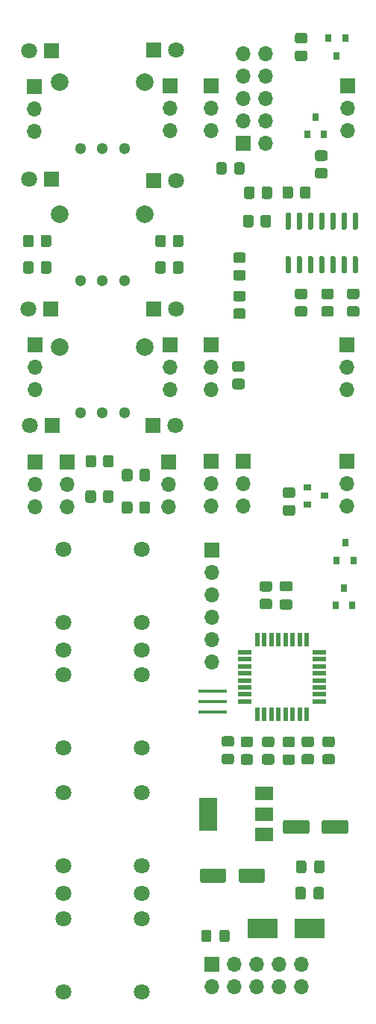
<source format=gbr>
%TF.GenerationSoftware,KiCad,Pcbnew,5.1.8*%
%TF.CreationDate,2020-11-17T21:54:47+01:00*%
%TF.ProjectId,kompas,6b6f6d70-6173-42e6-9b69-6361645f7063,rev?*%
%TF.SameCoordinates,Original*%
%TF.FileFunction,Soldermask,Top*%
%TF.FilePolarity,Negative*%
%FSLAX46Y46*%
G04 Gerber Fmt 4.6, Leading zero omitted, Abs format (unit mm)*
G04 Created by KiCad (PCBNEW 5.1.8) date 2020-11-17 21:54:47*
%MOMM*%
%LPD*%
G01*
G04 APERTURE LIST*
%ADD10C,1.800000*%
%ADD11O,1.700000X1.700000*%
%ADD12R,1.700000X1.700000*%
%ADD13R,0.550000X1.600000*%
%ADD14R,1.600000X0.550000*%
%ADD15R,1.800000X1.800000*%
%ADD16R,3.500000X2.300000*%
%ADD17C,1.300000*%
%ADD18C,2.000000*%
%ADD19R,0.800000X0.900000*%
%ADD20R,0.900000X0.800000*%
%ADD21R,3.200000X0.400000*%
%ADD22R,2.000000X3.800000*%
%ADD23R,2.000000X1.500000*%
G04 APERTURE END LIST*
D10*
%TO.C,J_OUT0*%
X102906116Y-119515380D03*
X102906116Y-111215380D03*
%TD*%
%TO.C,J_IN0*%
X94016116Y-119515380D03*
X94016116Y-111215380D03*
%TD*%
%TO.C,J_IN2*%
X93980000Y-147160000D03*
X93980000Y-138860000D03*
%TD*%
%TO.C,J_OUT2*%
X102870000Y-147160000D03*
X102870000Y-138860000D03*
%TD*%
D11*
%TO.C,J6*%
X110771692Y-49486200D03*
X110771692Y-46946200D03*
D12*
X110771692Y-44406200D03*
%TD*%
%TO.C,U2*%
G36*
G01*
X126966247Y-63722488D02*
X127266247Y-63722488D01*
G75*
G02*
X127416247Y-63872488I0J-150000D01*
G01*
X127416247Y-65522488D01*
G75*
G02*
X127266247Y-65672488I-150000J0D01*
G01*
X126966247Y-65672488D01*
G75*
G02*
X126816247Y-65522488I0J150000D01*
G01*
X126816247Y-63872488D01*
G75*
G02*
X126966247Y-63722488I150000J0D01*
G01*
G37*
G36*
G01*
X125696247Y-63722488D02*
X125996247Y-63722488D01*
G75*
G02*
X126146247Y-63872488I0J-150000D01*
G01*
X126146247Y-65522488D01*
G75*
G02*
X125996247Y-65672488I-150000J0D01*
G01*
X125696247Y-65672488D01*
G75*
G02*
X125546247Y-65522488I0J150000D01*
G01*
X125546247Y-63872488D01*
G75*
G02*
X125696247Y-63722488I150000J0D01*
G01*
G37*
G36*
G01*
X124426247Y-63722488D02*
X124726247Y-63722488D01*
G75*
G02*
X124876247Y-63872488I0J-150000D01*
G01*
X124876247Y-65522488D01*
G75*
G02*
X124726247Y-65672488I-150000J0D01*
G01*
X124426247Y-65672488D01*
G75*
G02*
X124276247Y-65522488I0J150000D01*
G01*
X124276247Y-63872488D01*
G75*
G02*
X124426247Y-63722488I150000J0D01*
G01*
G37*
G36*
G01*
X123156247Y-63722488D02*
X123456247Y-63722488D01*
G75*
G02*
X123606247Y-63872488I0J-150000D01*
G01*
X123606247Y-65522488D01*
G75*
G02*
X123456247Y-65672488I-150000J0D01*
G01*
X123156247Y-65672488D01*
G75*
G02*
X123006247Y-65522488I0J150000D01*
G01*
X123006247Y-63872488D01*
G75*
G02*
X123156247Y-63722488I150000J0D01*
G01*
G37*
G36*
G01*
X121886247Y-63722488D02*
X122186247Y-63722488D01*
G75*
G02*
X122336247Y-63872488I0J-150000D01*
G01*
X122336247Y-65522488D01*
G75*
G02*
X122186247Y-65672488I-150000J0D01*
G01*
X121886247Y-65672488D01*
G75*
G02*
X121736247Y-65522488I0J150000D01*
G01*
X121736247Y-63872488D01*
G75*
G02*
X121886247Y-63722488I150000J0D01*
G01*
G37*
G36*
G01*
X120616247Y-63722488D02*
X120916247Y-63722488D01*
G75*
G02*
X121066247Y-63872488I0J-150000D01*
G01*
X121066247Y-65522488D01*
G75*
G02*
X120916247Y-65672488I-150000J0D01*
G01*
X120616247Y-65672488D01*
G75*
G02*
X120466247Y-65522488I0J150000D01*
G01*
X120466247Y-63872488D01*
G75*
G02*
X120616247Y-63722488I150000J0D01*
G01*
G37*
G36*
G01*
X119346247Y-63722488D02*
X119646247Y-63722488D01*
G75*
G02*
X119796247Y-63872488I0J-150000D01*
G01*
X119796247Y-65522488D01*
G75*
G02*
X119646247Y-65672488I-150000J0D01*
G01*
X119346247Y-65672488D01*
G75*
G02*
X119196247Y-65522488I0J150000D01*
G01*
X119196247Y-63872488D01*
G75*
G02*
X119346247Y-63722488I150000J0D01*
G01*
G37*
G36*
G01*
X119346247Y-58772488D02*
X119646247Y-58772488D01*
G75*
G02*
X119796247Y-58922488I0J-150000D01*
G01*
X119796247Y-60572488D01*
G75*
G02*
X119646247Y-60722488I-150000J0D01*
G01*
X119346247Y-60722488D01*
G75*
G02*
X119196247Y-60572488I0J150000D01*
G01*
X119196247Y-58922488D01*
G75*
G02*
X119346247Y-58772488I150000J0D01*
G01*
G37*
G36*
G01*
X120616247Y-58772488D02*
X120916247Y-58772488D01*
G75*
G02*
X121066247Y-58922488I0J-150000D01*
G01*
X121066247Y-60572488D01*
G75*
G02*
X120916247Y-60722488I-150000J0D01*
G01*
X120616247Y-60722488D01*
G75*
G02*
X120466247Y-60572488I0J150000D01*
G01*
X120466247Y-58922488D01*
G75*
G02*
X120616247Y-58772488I150000J0D01*
G01*
G37*
G36*
G01*
X121886247Y-58772488D02*
X122186247Y-58772488D01*
G75*
G02*
X122336247Y-58922488I0J-150000D01*
G01*
X122336247Y-60572488D01*
G75*
G02*
X122186247Y-60722488I-150000J0D01*
G01*
X121886247Y-60722488D01*
G75*
G02*
X121736247Y-60572488I0J150000D01*
G01*
X121736247Y-58922488D01*
G75*
G02*
X121886247Y-58772488I150000J0D01*
G01*
G37*
G36*
G01*
X123156247Y-58772488D02*
X123456247Y-58772488D01*
G75*
G02*
X123606247Y-58922488I0J-150000D01*
G01*
X123606247Y-60572488D01*
G75*
G02*
X123456247Y-60722488I-150000J0D01*
G01*
X123156247Y-60722488D01*
G75*
G02*
X123006247Y-60572488I0J150000D01*
G01*
X123006247Y-58922488D01*
G75*
G02*
X123156247Y-58772488I150000J0D01*
G01*
G37*
G36*
G01*
X124426247Y-58772488D02*
X124726247Y-58772488D01*
G75*
G02*
X124876247Y-58922488I0J-150000D01*
G01*
X124876247Y-60572488D01*
G75*
G02*
X124726247Y-60722488I-150000J0D01*
G01*
X124426247Y-60722488D01*
G75*
G02*
X124276247Y-60572488I0J150000D01*
G01*
X124276247Y-58922488D01*
G75*
G02*
X124426247Y-58772488I150000J0D01*
G01*
G37*
G36*
G01*
X125696247Y-58772488D02*
X125996247Y-58772488D01*
G75*
G02*
X126146247Y-58922488I0J-150000D01*
G01*
X126146247Y-60572488D01*
G75*
G02*
X125996247Y-60722488I-150000J0D01*
G01*
X125696247Y-60722488D01*
G75*
G02*
X125546247Y-60572488I0J150000D01*
G01*
X125546247Y-58922488D01*
G75*
G02*
X125696247Y-58772488I150000J0D01*
G01*
G37*
G36*
G01*
X126966247Y-58772488D02*
X127266247Y-58772488D01*
G75*
G02*
X127416247Y-58922488I0J-150000D01*
G01*
X127416247Y-60572488D01*
G75*
G02*
X127266247Y-60722488I-150000J0D01*
G01*
X126966247Y-60722488D01*
G75*
G02*
X126816247Y-60572488I0J150000D01*
G01*
X126816247Y-58922488D01*
G75*
G02*
X126966247Y-58772488I150000J0D01*
G01*
G37*
%TD*%
D13*
%TO.C,U1*%
X115993247Y-107192988D03*
X116793247Y-107192988D03*
X117593247Y-107192988D03*
X118393247Y-107192988D03*
X119193247Y-107192988D03*
X119993247Y-107192988D03*
X120793247Y-107192988D03*
X121593247Y-107192988D03*
D14*
X123043247Y-108642988D03*
X123043247Y-109442988D03*
X123043247Y-110242988D03*
X123043247Y-111042988D03*
X123043247Y-111842988D03*
X123043247Y-112642988D03*
X123043247Y-113442988D03*
X123043247Y-114242988D03*
D13*
X121593247Y-115692988D03*
X120793247Y-115692988D03*
X119993247Y-115692988D03*
X119193247Y-115692988D03*
X118393247Y-115692988D03*
X117593247Y-115692988D03*
X116793247Y-115692988D03*
X115993247Y-115692988D03*
D14*
X114543247Y-114242988D03*
X114543247Y-113442988D03*
X114543247Y-112642988D03*
X114543247Y-111842988D03*
X114543247Y-111042988D03*
X114543247Y-110242988D03*
X114543247Y-109442988D03*
X114543247Y-108642988D03*
%TD*%
%TO.C,F1*%
G36*
G01*
X110782247Y-140386987D02*
X110782247Y-141286989D01*
G75*
G02*
X110532248Y-141536988I-249999J0D01*
G01*
X109882246Y-141536988D01*
G75*
G02*
X109632247Y-141286989I0J249999D01*
G01*
X109632247Y-140386987D01*
G75*
G02*
X109882246Y-140136988I249999J0D01*
G01*
X110532248Y-140136988D01*
G75*
G02*
X110782247Y-140386987I0J-249999D01*
G01*
G37*
G36*
G01*
X112832247Y-140386987D02*
X112832247Y-141286989D01*
G75*
G02*
X112582248Y-141536988I-249999J0D01*
G01*
X111932246Y-141536988D01*
G75*
G02*
X111682247Y-141286989I0J249999D01*
G01*
X111682247Y-140386987D01*
G75*
G02*
X111932246Y-140136988I249999J0D01*
G01*
X112582248Y-140136988D01*
G75*
G02*
X112832247Y-140386987I0J-249999D01*
G01*
G37*
%TD*%
D12*
%TO.C,J20*%
X94363691Y-87062793D03*
D11*
X94363691Y-89602793D03*
X94363691Y-92142793D03*
%TD*%
%TO.C,J12*%
X114366008Y-92052988D03*
X114366008Y-89512988D03*
D12*
X114366008Y-86972988D03*
%TD*%
D11*
%TO.C,J19*%
X90720271Y-78853952D03*
X90720271Y-76313952D03*
D12*
X90720271Y-73773952D03*
%TD*%
D11*
%TO.C,J18*%
X105918000Y-92138500D03*
X105918000Y-89598500D03*
D12*
X105918000Y-87058500D03*
%TD*%
D11*
%TO.C,J16*%
X90741500Y-92138500D03*
X90741500Y-89598500D03*
D12*
X90741500Y-87058500D03*
%TD*%
D11*
%TO.C,J15*%
X106107362Y-78853952D03*
X106107362Y-76313952D03*
D12*
X106107362Y-73773952D03*
%TD*%
D11*
%TO.C,J14*%
X106104316Y-49515441D03*
X106104316Y-46975441D03*
D12*
X106104316Y-44435441D03*
%TD*%
D11*
%TO.C,J13*%
X90703287Y-49538670D03*
X90703287Y-46998670D03*
D12*
X90703287Y-44458670D03*
%TD*%
D11*
%TO.C,J11*%
X110745537Y-78856062D03*
X110745537Y-76316062D03*
D12*
X110745537Y-73776062D03*
%TD*%
D11*
%TO.C,J10*%
X126181747Y-92043749D03*
X126181747Y-89503749D03*
D12*
X126181747Y-86963749D03*
%TD*%
D11*
%TO.C,J9*%
X110754167Y-92052988D03*
X110754167Y-89512988D03*
D12*
X110754167Y-86972988D03*
%TD*%
D11*
%TO.C,J8*%
X126167215Y-78856062D03*
X126167215Y-76316062D03*
D12*
X126167215Y-73776062D03*
%TD*%
D11*
%TO.C,J7*%
X126195950Y-49439741D03*
X126195950Y-46899741D03*
D12*
X126195950Y-44359741D03*
%TD*%
%TO.C,C4*%
G36*
G01*
X123285247Y-129022988D02*
X123285247Y-127922988D01*
G75*
G02*
X123535247Y-127672988I250000J0D01*
G01*
X126035247Y-127672988D01*
G75*
G02*
X126285247Y-127922988I0J-250000D01*
G01*
X126285247Y-129022988D01*
G75*
G02*
X126035247Y-129272988I-250000J0D01*
G01*
X123535247Y-129272988D01*
G75*
G02*
X123285247Y-129022988I0J250000D01*
G01*
G37*
G36*
G01*
X118885247Y-129022988D02*
X118885247Y-127922988D01*
G75*
G02*
X119135247Y-127672988I250000J0D01*
G01*
X121635247Y-127672988D01*
G75*
G02*
X121885247Y-127922988I0J-250000D01*
G01*
X121885247Y-129022988D01*
G75*
G02*
X121635247Y-129272988I-250000J0D01*
G01*
X119135247Y-129272988D01*
G75*
G02*
X118885247Y-129022988I0J250000D01*
G01*
G37*
%TD*%
D10*
%TO.C,D2*%
X106728923Y-40377027D03*
D15*
X104188923Y-40377027D03*
%TD*%
%TO.C,C5*%
G36*
G01*
X118767247Y-102657488D02*
X119717247Y-102657488D01*
G75*
G02*
X119967247Y-102907488I0J-250000D01*
G01*
X119967247Y-103582488D01*
G75*
G02*
X119717247Y-103832488I-250000J0D01*
G01*
X118767247Y-103832488D01*
G75*
G02*
X118517247Y-103582488I0J250000D01*
G01*
X118517247Y-102907488D01*
G75*
G02*
X118767247Y-102657488I250000J0D01*
G01*
G37*
G36*
G01*
X118767247Y-100582488D02*
X119717247Y-100582488D01*
G75*
G02*
X119967247Y-100832488I0J-250000D01*
G01*
X119967247Y-101507488D01*
G75*
G02*
X119717247Y-101757488I-250000J0D01*
G01*
X118767247Y-101757488D01*
G75*
G02*
X118517247Y-101507488I0J250000D01*
G01*
X118517247Y-100832488D01*
G75*
G02*
X118767247Y-100582488I250000J0D01*
G01*
G37*
%TD*%
D16*
%TO.C,D1*%
X116555247Y-139993988D03*
X121955247Y-139993988D03*
%TD*%
D10*
%TO.C,D3*%
X106786157Y-55117030D03*
D15*
X104246157Y-55117030D03*
%TD*%
%TO.C,R31*%
G36*
G01*
X106400000Y-62450001D02*
X106400000Y-61549999D01*
G75*
G02*
X106649999Y-61300000I249999J0D01*
G01*
X107350001Y-61300000D01*
G75*
G02*
X107600000Y-61549999I0J-249999D01*
G01*
X107600000Y-62450001D01*
G75*
G02*
X107350001Y-62700000I-249999J0D01*
G01*
X106649999Y-62700000D01*
G75*
G02*
X106400000Y-62450001I0J249999D01*
G01*
G37*
G36*
G01*
X104400000Y-62450001D02*
X104400000Y-61549999D01*
G75*
G02*
X104649999Y-61300000I249999J0D01*
G01*
X105350001Y-61300000D01*
G75*
G02*
X105600000Y-61549999I0J-249999D01*
G01*
X105600000Y-62450001D01*
G75*
G02*
X105350001Y-62700000I-249999J0D01*
G01*
X104649999Y-62700000D01*
G75*
G02*
X104400000Y-62450001I0J249999D01*
G01*
G37*
%TD*%
D11*
%TO.C,J4*%
X116889899Y-40785061D03*
X114349899Y-40785061D03*
X116889899Y-43325061D03*
X114349899Y-43325061D03*
X116889899Y-45865061D03*
X114349899Y-45865061D03*
X116889899Y-48405061D03*
X114349899Y-48405061D03*
X116889899Y-50945061D03*
D12*
X114349899Y-50945061D03*
%TD*%
%TO.C,R32*%
G36*
G01*
X105600000Y-64549999D02*
X105600000Y-65450001D01*
G75*
G02*
X105350001Y-65700000I-249999J0D01*
G01*
X104649999Y-65700000D01*
G75*
G02*
X104400000Y-65450001I0J249999D01*
G01*
X104400000Y-64549999D01*
G75*
G02*
X104649999Y-64300000I249999J0D01*
G01*
X105350001Y-64300000D01*
G75*
G02*
X105600000Y-64549999I0J-249999D01*
G01*
G37*
G36*
G01*
X107600000Y-64549999D02*
X107600000Y-65450001D01*
G75*
G02*
X107350001Y-65700000I-249999J0D01*
G01*
X106649999Y-65700000D01*
G75*
G02*
X106400000Y-65450001I0J249999D01*
G01*
X106400000Y-64549999D01*
G75*
G02*
X106649999Y-64300000I249999J0D01*
G01*
X107350001Y-64300000D01*
G75*
G02*
X107600000Y-64549999I0J-249999D01*
G01*
G37*
%TD*%
D11*
%TO.C,J5*%
X110860247Y-109721988D03*
X110860247Y-107181988D03*
X110860247Y-104641988D03*
X110860247Y-102101988D03*
X110860247Y-99561988D03*
D12*
X110860247Y-97021988D03*
%TD*%
D10*
%TO.C,D4*%
X106761460Y-69680369D03*
D15*
X104221460Y-69680369D03*
%TD*%
D17*
%TO.C,RV2*%
X95895890Y-81500000D03*
X98395890Y-81500000D03*
X100895890Y-81500000D03*
D18*
X93595890Y-74000000D03*
X103195890Y-74000000D03*
%TD*%
D10*
%TO.C,J_OUT1*%
X102870000Y-124620000D03*
X102870000Y-136020000D03*
X102870000Y-132920000D03*
%TD*%
%TO.C,J_IN1*%
X93980000Y-124620000D03*
X93980000Y-136020000D03*
X93980000Y-132920000D03*
%TD*%
D19*
%TO.C,Q3*%
X125005247Y-40993988D03*
X124055247Y-38993988D03*
X125955247Y-38993988D03*
%TD*%
%TO.C,R20*%
G36*
G01*
X122792746Y-53717988D02*
X123692748Y-53717988D01*
G75*
G02*
X123942747Y-53967987I0J-249999D01*
G01*
X123942747Y-54667989D01*
G75*
G02*
X123692748Y-54917988I-249999J0D01*
G01*
X122792746Y-54917988D01*
G75*
G02*
X122542747Y-54667989I0J249999D01*
G01*
X122542747Y-53967987D01*
G75*
G02*
X122792746Y-53717988I249999J0D01*
G01*
G37*
G36*
G01*
X122792746Y-51717988D02*
X123692748Y-51717988D01*
G75*
G02*
X123942747Y-51967987I0J-249999D01*
G01*
X123942747Y-52667989D01*
G75*
G02*
X123692748Y-52917988I-249999J0D01*
G01*
X122792746Y-52917988D01*
G75*
G02*
X122542747Y-52667989I0J249999D01*
G01*
X122542747Y-51967987D01*
G75*
G02*
X122792746Y-51717988I249999J0D01*
G01*
G37*
%TD*%
%TO.C,R19*%
G36*
G01*
X117660248Y-119418488D02*
X116760246Y-119418488D01*
G75*
G02*
X116510247Y-119168489I0J249999D01*
G01*
X116510247Y-118468487D01*
G75*
G02*
X116760246Y-118218488I249999J0D01*
G01*
X117660248Y-118218488D01*
G75*
G02*
X117910247Y-118468487I0J-249999D01*
G01*
X117910247Y-119168489D01*
G75*
G02*
X117660248Y-119418488I-249999J0D01*
G01*
G37*
G36*
G01*
X117660248Y-121418488D02*
X116760246Y-121418488D01*
G75*
G02*
X116510247Y-121168489I0J249999D01*
G01*
X116510247Y-120468487D01*
G75*
G02*
X116760246Y-120218488I249999J0D01*
G01*
X117660248Y-120218488D01*
G75*
G02*
X117910247Y-120468487I0J-249999D01*
G01*
X117910247Y-121168489D01*
G75*
G02*
X117660248Y-121418488I-249999J0D01*
G01*
G37*
%TD*%
%TO.C,R18*%
G36*
G01*
X113088248Y-119370988D02*
X112188246Y-119370988D01*
G75*
G02*
X111938247Y-119120989I0J249999D01*
G01*
X111938247Y-118420987D01*
G75*
G02*
X112188246Y-118170988I249999J0D01*
G01*
X113088248Y-118170988D01*
G75*
G02*
X113338247Y-118420987I0J-249999D01*
G01*
X113338247Y-119120989D01*
G75*
G02*
X113088248Y-119370988I-249999J0D01*
G01*
G37*
G36*
G01*
X113088248Y-121370988D02*
X112188246Y-121370988D01*
G75*
G02*
X111938247Y-121120989I0J249999D01*
G01*
X111938247Y-120420987D01*
G75*
G02*
X112188246Y-120170988I249999J0D01*
G01*
X113088248Y-120170988D01*
G75*
G02*
X113338247Y-120420987I0J-249999D01*
G01*
X113338247Y-121120989D01*
G75*
G02*
X113088248Y-121370988I-249999J0D01*
G01*
G37*
%TD*%
%TO.C,R17*%
G36*
G01*
X115247248Y-119418488D02*
X114347246Y-119418488D01*
G75*
G02*
X114097247Y-119168489I0J249999D01*
G01*
X114097247Y-118468487D01*
G75*
G02*
X114347246Y-118218488I249999J0D01*
G01*
X115247248Y-118218488D01*
G75*
G02*
X115497247Y-118468487I0J-249999D01*
G01*
X115497247Y-119168489D01*
G75*
G02*
X115247248Y-119418488I-249999J0D01*
G01*
G37*
G36*
G01*
X115247248Y-121418488D02*
X114347246Y-121418488D01*
G75*
G02*
X114097247Y-121168489I0J249999D01*
G01*
X114097247Y-120468487D01*
G75*
G02*
X114347246Y-120218488I249999J0D01*
G01*
X115247248Y-120218488D01*
G75*
G02*
X115497247Y-120468487I0J-249999D01*
G01*
X115497247Y-121168489D01*
G75*
G02*
X115247248Y-121418488I-249999J0D01*
G01*
G37*
%TD*%
%TO.C,R16*%
G36*
G01*
X115555247Y-59297487D02*
X115555247Y-60197489D01*
G75*
G02*
X115305248Y-60447488I-249999J0D01*
G01*
X114605246Y-60447488D01*
G75*
G02*
X114355247Y-60197489I0J249999D01*
G01*
X114355247Y-59297487D01*
G75*
G02*
X114605246Y-59047488I249999J0D01*
G01*
X115305248Y-59047488D01*
G75*
G02*
X115555247Y-59297487I0J-249999D01*
G01*
G37*
G36*
G01*
X117555247Y-59297487D02*
X117555247Y-60197489D01*
G75*
G02*
X117305248Y-60447488I-249999J0D01*
G01*
X116605246Y-60447488D01*
G75*
G02*
X116355247Y-60197489I0J249999D01*
G01*
X116355247Y-59297487D01*
G75*
G02*
X116605246Y-59047488I249999J0D01*
G01*
X117305248Y-59047488D01*
G75*
G02*
X117555247Y-59297487I0J-249999D01*
G01*
G37*
%TD*%
%TO.C,R15*%
G36*
G01*
X119134225Y-91956740D02*
X120034227Y-91956740D01*
G75*
G02*
X120284226Y-92206739I0J-249999D01*
G01*
X120284226Y-92906741D01*
G75*
G02*
X120034227Y-93156740I-249999J0D01*
G01*
X119134225Y-93156740D01*
G75*
G02*
X118884226Y-92906741I0J249999D01*
G01*
X118884226Y-92206739D01*
G75*
G02*
X119134225Y-91956740I249999J0D01*
G01*
G37*
G36*
G01*
X119134225Y-89956740D02*
X120034227Y-89956740D01*
G75*
G02*
X120284226Y-90206739I0J-249999D01*
G01*
X120284226Y-90906741D01*
G75*
G02*
X120034227Y-91156740I-249999J0D01*
G01*
X119134225Y-91156740D01*
G75*
G02*
X118884226Y-90906741I0J249999D01*
G01*
X118884226Y-90206739D01*
G75*
G02*
X119134225Y-89956740I249999J0D01*
G01*
G37*
%TD*%
%TO.C,R14*%
G36*
G01*
X124518248Y-119402488D02*
X123618246Y-119402488D01*
G75*
G02*
X123368247Y-119152489I0J249999D01*
G01*
X123368247Y-118452487D01*
G75*
G02*
X123618246Y-118202488I249999J0D01*
G01*
X124518248Y-118202488D01*
G75*
G02*
X124768247Y-118452487I0J-249999D01*
G01*
X124768247Y-119152489D01*
G75*
G02*
X124518248Y-119402488I-249999J0D01*
G01*
G37*
G36*
G01*
X124518248Y-121402488D02*
X123618246Y-121402488D01*
G75*
G02*
X123368247Y-121152489I0J249999D01*
G01*
X123368247Y-120452487D01*
G75*
G02*
X123618246Y-120202488I249999J0D01*
G01*
X124518248Y-120202488D01*
G75*
G02*
X124768247Y-120452487I0J-249999D01*
G01*
X124768247Y-121152489D01*
G75*
G02*
X124518248Y-121402488I-249999J0D01*
G01*
G37*
%TD*%
%TO.C,R13*%
G36*
G01*
X114405248Y-64490988D02*
X113505246Y-64490988D01*
G75*
G02*
X113255247Y-64240989I0J249999D01*
G01*
X113255247Y-63540987D01*
G75*
G02*
X113505246Y-63290988I249999J0D01*
G01*
X114405248Y-63290988D01*
G75*
G02*
X114655247Y-63540987I0J-249999D01*
G01*
X114655247Y-64240989D01*
G75*
G02*
X114405248Y-64490988I-249999J0D01*
G01*
G37*
G36*
G01*
X114405248Y-66490988D02*
X113505246Y-66490988D01*
G75*
G02*
X113255247Y-66240989I0J249999D01*
G01*
X113255247Y-65540987D01*
G75*
G02*
X113505246Y-65290988I249999J0D01*
G01*
X114405248Y-65290988D01*
G75*
G02*
X114655247Y-65540987I0J-249999D01*
G01*
X114655247Y-66240989D01*
G75*
G02*
X114405248Y-66490988I-249999J0D01*
G01*
G37*
%TD*%
D10*
%TO.C,D9*%
X90039574Y-69713968D03*
D15*
X92579574Y-69713968D03*
%TD*%
D10*
%TO.C,D8*%
X90118652Y-55020267D03*
D15*
X92658652Y-55020267D03*
%TD*%
%TO.C,R12*%
G36*
G01*
X113505246Y-69656488D02*
X114405248Y-69656488D01*
G75*
G02*
X114655247Y-69906487I0J-249999D01*
G01*
X114655247Y-70606489D01*
G75*
G02*
X114405248Y-70856488I-249999J0D01*
G01*
X113505246Y-70856488D01*
G75*
G02*
X113255247Y-70606489I0J249999D01*
G01*
X113255247Y-69906487D01*
G75*
G02*
X113505246Y-69656488I249999J0D01*
G01*
G37*
G36*
G01*
X113505246Y-67656488D02*
X114405248Y-67656488D01*
G75*
G02*
X114655247Y-67906487I0J-249999D01*
G01*
X114655247Y-68606489D01*
G75*
G02*
X114405248Y-68856488I-249999J0D01*
G01*
X113505246Y-68856488D01*
G75*
G02*
X113255247Y-68606489I0J249999D01*
G01*
X113255247Y-67906487D01*
G75*
G02*
X113505246Y-67656488I249999J0D01*
G01*
G37*
%TD*%
%TO.C,R11*%
G36*
G01*
X122168748Y-119402488D02*
X121268746Y-119402488D01*
G75*
G02*
X121018747Y-119152489I0J249999D01*
G01*
X121018747Y-118452487D01*
G75*
G02*
X121268746Y-118202488I249999J0D01*
G01*
X122168748Y-118202488D01*
G75*
G02*
X122418747Y-118452487I0J-249999D01*
G01*
X122418747Y-119152489D01*
G75*
G02*
X122168748Y-119402488I-249999J0D01*
G01*
G37*
G36*
G01*
X122168748Y-121402488D02*
X121268746Y-121402488D01*
G75*
G02*
X121018747Y-121152489I0J249999D01*
G01*
X121018747Y-120452487D01*
G75*
G02*
X121268746Y-120202488I249999J0D01*
G01*
X122168748Y-120202488D01*
G75*
G02*
X122418747Y-120452487I0J-249999D01*
G01*
X122418747Y-121152489D01*
G75*
G02*
X122168748Y-121402488I-249999J0D01*
G01*
G37*
%TD*%
%TO.C,R6*%
G36*
G01*
X120505246Y-69393988D02*
X121405248Y-69393988D01*
G75*
G02*
X121655247Y-69643987I0J-249999D01*
G01*
X121655247Y-70343989D01*
G75*
G02*
X121405248Y-70593988I-249999J0D01*
G01*
X120505246Y-70593988D01*
G75*
G02*
X120255247Y-70343989I0J249999D01*
G01*
X120255247Y-69643987D01*
G75*
G02*
X120505246Y-69393988I249999J0D01*
G01*
G37*
G36*
G01*
X120505246Y-67393988D02*
X121405248Y-67393988D01*
G75*
G02*
X121655247Y-67643987I0J-249999D01*
G01*
X121655247Y-68343989D01*
G75*
G02*
X121405248Y-68593988I-249999J0D01*
G01*
X120505246Y-68593988D01*
G75*
G02*
X120255247Y-68343989I0J249999D01*
G01*
X120255247Y-67643987D01*
G75*
G02*
X120505246Y-67393988I249999J0D01*
G01*
G37*
%TD*%
%TO.C,R5*%
G36*
G01*
X120031875Y-56051834D02*
X120031875Y-56951836D01*
G75*
G02*
X119781876Y-57201835I-249999J0D01*
G01*
X119081874Y-57201835D01*
G75*
G02*
X118831875Y-56951836I0J249999D01*
G01*
X118831875Y-56051834D01*
G75*
G02*
X119081874Y-55801835I249999J0D01*
G01*
X119781876Y-55801835D01*
G75*
G02*
X120031875Y-56051834I0J-249999D01*
G01*
G37*
G36*
G01*
X122031875Y-56051834D02*
X122031875Y-56951836D01*
G75*
G02*
X121781876Y-57201835I-249999J0D01*
G01*
X121081874Y-57201835D01*
G75*
G02*
X120831875Y-56951836I0J249999D01*
G01*
X120831875Y-56051834D01*
G75*
G02*
X121081874Y-55801835I249999J0D01*
G01*
X121781876Y-55801835D01*
G75*
G02*
X122031875Y-56051834I0J-249999D01*
G01*
G37*
%TD*%
%TO.C,R4*%
G36*
G01*
X126412246Y-69393988D02*
X127312248Y-69393988D01*
G75*
G02*
X127562247Y-69643987I0J-249999D01*
G01*
X127562247Y-70343989D01*
G75*
G02*
X127312248Y-70593988I-249999J0D01*
G01*
X126412246Y-70593988D01*
G75*
G02*
X126162247Y-70343989I0J249999D01*
G01*
X126162247Y-69643987D01*
G75*
G02*
X126412246Y-69393988I249999J0D01*
G01*
G37*
G36*
G01*
X126412246Y-67393988D02*
X127312248Y-67393988D01*
G75*
G02*
X127562247Y-67643987I0J-249999D01*
G01*
X127562247Y-68343989D01*
G75*
G02*
X127312248Y-68593988I-249999J0D01*
G01*
X126412246Y-68593988D01*
G75*
G02*
X126162247Y-68343989I0J249999D01*
G01*
X126162247Y-67643987D01*
G75*
G02*
X126412246Y-67393988I249999J0D01*
G01*
G37*
%TD*%
%TO.C,R3*%
G36*
G01*
X114294748Y-76825988D02*
X113394746Y-76825988D01*
G75*
G02*
X113144747Y-76575989I0J249999D01*
G01*
X113144747Y-75875987D01*
G75*
G02*
X113394746Y-75625988I249999J0D01*
G01*
X114294748Y-75625988D01*
G75*
G02*
X114544747Y-75875987I0J-249999D01*
G01*
X114544747Y-76575989D01*
G75*
G02*
X114294748Y-76825988I-249999J0D01*
G01*
G37*
G36*
G01*
X114294748Y-78825988D02*
X113394746Y-78825988D01*
G75*
G02*
X113144747Y-78575989I0J249999D01*
G01*
X113144747Y-77875987D01*
G75*
G02*
X113394746Y-77625988I249999J0D01*
G01*
X114294748Y-77625988D01*
G75*
G02*
X114544747Y-77875987I0J-249999D01*
G01*
X114544747Y-78575989D01*
G75*
G02*
X114294748Y-78825988I-249999J0D01*
G01*
G37*
%TD*%
%TO.C,R2*%
G36*
G01*
X115673105Y-56079915D02*
X115673105Y-56979917D01*
G75*
G02*
X115423106Y-57229916I-249999J0D01*
G01*
X114723104Y-57229916D01*
G75*
G02*
X114473105Y-56979917I0J249999D01*
G01*
X114473105Y-56079915D01*
G75*
G02*
X114723104Y-55829916I249999J0D01*
G01*
X115423106Y-55829916D01*
G75*
G02*
X115673105Y-56079915I0J-249999D01*
G01*
G37*
G36*
G01*
X117673105Y-56079915D02*
X117673105Y-56979917D01*
G75*
G02*
X117423106Y-57229916I-249999J0D01*
G01*
X116723104Y-57229916D01*
G75*
G02*
X116473105Y-56979917I0J249999D01*
G01*
X116473105Y-56079915D01*
G75*
G02*
X116723104Y-55829916I249999J0D01*
G01*
X117423106Y-55829916D01*
G75*
G02*
X117673105Y-56079915I0J-249999D01*
G01*
G37*
%TD*%
%TO.C,R1*%
G36*
G01*
X116506246Y-102581488D02*
X117406248Y-102581488D01*
G75*
G02*
X117656247Y-102831487I0J-249999D01*
G01*
X117656247Y-103531489D01*
G75*
G02*
X117406248Y-103781488I-249999J0D01*
G01*
X116506246Y-103781488D01*
G75*
G02*
X116256247Y-103531489I0J249999D01*
G01*
X116256247Y-102831487D01*
G75*
G02*
X116506246Y-102581488I249999J0D01*
G01*
G37*
G36*
G01*
X116506246Y-100581488D02*
X117406248Y-100581488D01*
G75*
G02*
X117656247Y-100831487I0J-249999D01*
G01*
X117656247Y-101531489D01*
G75*
G02*
X117406248Y-101781488I-249999J0D01*
G01*
X116506246Y-101781488D01*
G75*
G02*
X116256247Y-101531489I0J249999D01*
G01*
X116256247Y-100831487D01*
G75*
G02*
X116506246Y-100581488I249999J0D01*
G01*
G37*
%TD*%
D19*
%TO.C,Q5*%
X125798747Y-101355988D03*
X126748747Y-103355988D03*
X124848747Y-103355988D03*
%TD*%
%TO.C,Q4*%
X122578510Y-47943421D03*
X123528510Y-49943421D03*
X121628510Y-49943421D03*
%TD*%
%TO.C,C1*%
G36*
G01*
X113855247Y-134543988D02*
X113855247Y-133443988D01*
G75*
G02*
X114105247Y-133193988I250000J0D01*
G01*
X116605247Y-133193988D01*
G75*
G02*
X116855247Y-133443988I0J-250000D01*
G01*
X116855247Y-134543988D01*
G75*
G02*
X116605247Y-134793988I-250000J0D01*
G01*
X114105247Y-134793988D01*
G75*
G02*
X113855247Y-134543988I0J250000D01*
G01*
G37*
G36*
G01*
X109455247Y-134543988D02*
X109455247Y-133443988D01*
G75*
G02*
X109705247Y-133193988I250000J0D01*
G01*
X112205247Y-133193988D01*
G75*
G02*
X112455247Y-133443988I0J-250000D01*
G01*
X112455247Y-134543988D01*
G75*
G02*
X112205247Y-134793988I-250000J0D01*
G01*
X109705247Y-134793988D01*
G75*
G02*
X109455247Y-134543988I0J250000D01*
G01*
G37*
%TD*%
D10*
%TO.C,J_CLOCK0*%
X94016116Y-96975380D03*
X94016116Y-108375380D03*
X94016116Y-105275380D03*
%TD*%
D20*
%TO.C,Q2*%
X123628510Y-90913211D03*
X121628510Y-91863211D03*
X121628510Y-89963211D03*
%TD*%
%TO.C,R28*%
G36*
G01*
X124405248Y-68593988D02*
X123505246Y-68593988D01*
G75*
G02*
X123255247Y-68343989I0J249999D01*
G01*
X123255247Y-67643987D01*
G75*
G02*
X123505246Y-67393988I249999J0D01*
G01*
X124405248Y-67393988D01*
G75*
G02*
X124655247Y-67643987I0J-249999D01*
G01*
X124655247Y-68343989D01*
G75*
G02*
X124405248Y-68593988I-249999J0D01*
G01*
G37*
G36*
G01*
X124405248Y-70593988D02*
X123505246Y-70593988D01*
G75*
G02*
X123255247Y-70343989I0J249999D01*
G01*
X123255247Y-69643987D01*
G75*
G02*
X123505246Y-69393988I249999J0D01*
G01*
X124405248Y-69393988D01*
G75*
G02*
X124655247Y-69643987I0J-249999D01*
G01*
X124655247Y-70343989D01*
G75*
G02*
X124405248Y-70593988I-249999J0D01*
G01*
G37*
%TD*%
%TO.C,C2*%
G36*
G01*
X122367747Y-136468988D02*
X122367747Y-135518988D01*
G75*
G02*
X122617747Y-135268988I250000J0D01*
G01*
X123292747Y-135268988D01*
G75*
G02*
X123542747Y-135518988I0J-250000D01*
G01*
X123542747Y-136468988D01*
G75*
G02*
X123292747Y-136718988I-250000J0D01*
G01*
X122617747Y-136718988D01*
G75*
G02*
X122367747Y-136468988I0J250000D01*
G01*
G37*
G36*
G01*
X120292747Y-136468988D02*
X120292747Y-135518988D01*
G75*
G02*
X120542747Y-135268988I250000J0D01*
G01*
X121217747Y-135268988D01*
G75*
G02*
X121467747Y-135518988I0J-250000D01*
G01*
X121467747Y-136468988D01*
G75*
G02*
X121217747Y-136718988I-250000J0D01*
G01*
X120542747Y-136718988D01*
G75*
G02*
X120292747Y-136468988I0J250000D01*
G01*
G37*
%TD*%
%TO.C,C3*%
G36*
G01*
X122442747Y-133468988D02*
X122442747Y-132518988D01*
G75*
G02*
X122692747Y-132268988I250000J0D01*
G01*
X123367747Y-132268988D01*
G75*
G02*
X123617747Y-132518988I0J-250000D01*
G01*
X123617747Y-133468988D01*
G75*
G02*
X123367747Y-133718988I-250000J0D01*
G01*
X122692747Y-133718988D01*
G75*
G02*
X122442747Y-133468988I0J250000D01*
G01*
G37*
G36*
G01*
X120367747Y-133468988D02*
X120367747Y-132518988D01*
G75*
G02*
X120617747Y-132268988I250000J0D01*
G01*
X121292747Y-132268988D01*
G75*
G02*
X121542747Y-132518988I0J-250000D01*
G01*
X121542747Y-133468988D01*
G75*
G02*
X121292747Y-133718988I-250000J0D01*
G01*
X120617747Y-133718988D01*
G75*
G02*
X120367747Y-133468988I0J250000D01*
G01*
G37*
%TD*%
D10*
%TO.C,D5*%
X90170000Y-82931000D03*
D15*
X92710000Y-82931000D03*
%TD*%
%TO.C,F2*%
G36*
G01*
X113380247Y-54212489D02*
X113380247Y-53312487D01*
G75*
G02*
X113630246Y-53062488I249999J0D01*
G01*
X114280248Y-53062488D01*
G75*
G02*
X114530247Y-53312487I0J-249999D01*
G01*
X114530247Y-54212489D01*
G75*
G02*
X114280248Y-54462488I-249999J0D01*
G01*
X113630246Y-54462488D01*
G75*
G02*
X113380247Y-54212489I0J249999D01*
G01*
G37*
G36*
G01*
X111330247Y-54212489D02*
X111330247Y-53312487D01*
G75*
G02*
X111580246Y-53062488I249999J0D01*
G01*
X112230248Y-53062488D01*
G75*
G02*
X112480247Y-53312487I0J-249999D01*
G01*
X112480247Y-54212489D01*
G75*
G02*
X112230248Y-54462488I-249999J0D01*
G01*
X111580246Y-54462488D01*
G75*
G02*
X111330247Y-54212489I0J249999D01*
G01*
G37*
%TD*%
D10*
%TO.C,D6*%
X106650890Y-82917387D03*
D15*
X104110890Y-82917387D03*
%TD*%
%TO.C,R33*%
G36*
G01*
X101813382Y-88110252D02*
X101813382Y-89010254D01*
G75*
G02*
X101563383Y-89260253I-249999J0D01*
G01*
X100863381Y-89260253D01*
G75*
G02*
X100613382Y-89010254I0J249999D01*
G01*
X100613382Y-88110252D01*
G75*
G02*
X100863381Y-87860253I249999J0D01*
G01*
X101563383Y-87860253D01*
G75*
G02*
X101813382Y-88110252I0J-249999D01*
G01*
G37*
G36*
G01*
X103813382Y-88110252D02*
X103813382Y-89010254D01*
G75*
G02*
X103563383Y-89260253I-249999J0D01*
G01*
X102863381Y-89260253D01*
G75*
G02*
X102613382Y-89010254I0J249999D01*
G01*
X102613382Y-88110252D01*
G75*
G02*
X102863381Y-87860253I249999J0D01*
G01*
X103563383Y-87860253D01*
G75*
G02*
X103813382Y-88110252I0J-249999D01*
G01*
G37*
%TD*%
D12*
%TO.C,J_POWER0*%
X110796747Y-144011988D03*
D11*
X110796747Y-146551988D03*
X113336747Y-144011988D03*
X113336747Y-146551988D03*
X115876747Y-144011988D03*
X115876747Y-146551988D03*
X118416747Y-144011988D03*
X118416747Y-146551988D03*
X120956747Y-144011988D03*
X120956747Y-146551988D03*
%TD*%
%TO.C,R25*%
G36*
G01*
X97692863Y-86535982D02*
X97692863Y-87435984D01*
G75*
G02*
X97442864Y-87685983I-249999J0D01*
G01*
X96742862Y-87685983D01*
G75*
G02*
X96492863Y-87435984I0J249999D01*
G01*
X96492863Y-86535982D01*
G75*
G02*
X96742862Y-86285983I249999J0D01*
G01*
X97442864Y-86285983D01*
G75*
G02*
X97692863Y-86535982I0J-249999D01*
G01*
G37*
G36*
G01*
X99692863Y-86535982D02*
X99692863Y-87435984D01*
G75*
G02*
X99442864Y-87685983I-249999J0D01*
G01*
X98742862Y-87685983D01*
G75*
G02*
X98492863Y-87435984I0J249999D01*
G01*
X98492863Y-86535982D01*
G75*
G02*
X98742862Y-86285983I249999J0D01*
G01*
X99442864Y-86285983D01*
G75*
G02*
X99692863Y-86535982I0J-249999D01*
G01*
G37*
%TD*%
D21*
%TO.C,Y1*%
X110923747Y-115423988D03*
X110923747Y-114223988D03*
X110923747Y-113023988D03*
%TD*%
%TO.C,R24*%
G36*
G01*
X90600000Y-64549999D02*
X90600000Y-65450001D01*
G75*
G02*
X90350001Y-65700000I-249999J0D01*
G01*
X89649999Y-65700000D01*
G75*
G02*
X89400000Y-65450001I0J249999D01*
G01*
X89400000Y-64549999D01*
G75*
G02*
X89649999Y-64300000I249999J0D01*
G01*
X90350001Y-64300000D01*
G75*
G02*
X90600000Y-64549999I0J-249999D01*
G01*
G37*
G36*
G01*
X92600000Y-64549999D02*
X92600000Y-65450001D01*
G75*
G02*
X92350001Y-65700000I-249999J0D01*
G01*
X91649999Y-65700000D01*
G75*
G02*
X91400000Y-65450001I0J249999D01*
G01*
X91400000Y-64549999D01*
G75*
G02*
X91649999Y-64300000I249999J0D01*
G01*
X92350001Y-64300000D01*
G75*
G02*
X92600000Y-64549999I0J-249999D01*
G01*
G37*
%TD*%
D10*
%TO.C,J_RESET0*%
X102906116Y-96975380D03*
X102906116Y-108375380D03*
X102906116Y-105275380D03*
%TD*%
D22*
%TO.C,U3*%
X110440747Y-126993988D03*
D23*
X116740747Y-126993988D03*
X116740747Y-124693988D03*
X116740747Y-129293988D03*
%TD*%
D10*
%TO.C,D7*%
X90097039Y-40400894D03*
D15*
X92637039Y-40400894D03*
%TD*%
D17*
%TO.C,RV0*%
X95895890Y-51500000D03*
X98395890Y-51500000D03*
X100895890Y-51500000D03*
D18*
X93595890Y-44000000D03*
X103195890Y-44000000D03*
%TD*%
%TO.C,R26*%
G36*
G01*
X102613382Y-92687130D02*
X102613382Y-91787128D01*
G75*
G02*
X102863381Y-91537129I249999J0D01*
G01*
X103563383Y-91537129D01*
G75*
G02*
X103813382Y-91787128I0J-249999D01*
G01*
X103813382Y-92687130D01*
G75*
G02*
X103563383Y-92937129I-249999J0D01*
G01*
X102863381Y-92937129D01*
G75*
G02*
X102613382Y-92687130I0J249999D01*
G01*
G37*
G36*
G01*
X100613382Y-92687130D02*
X100613382Y-91787128D01*
G75*
G02*
X100863381Y-91537129I249999J0D01*
G01*
X101563383Y-91537129D01*
G75*
G02*
X101813382Y-91787128I0J-249999D01*
G01*
X101813382Y-92687130D01*
G75*
G02*
X101563383Y-92937129I-249999J0D01*
G01*
X100863381Y-92937129D01*
G75*
G02*
X100613382Y-92687130I0J249999D01*
G01*
G37*
%TD*%
%TO.C,R27*%
G36*
G01*
X98464828Y-91447856D02*
X98464828Y-90547854D01*
G75*
G02*
X98714827Y-90297855I249999J0D01*
G01*
X99414829Y-90297855D01*
G75*
G02*
X99664828Y-90547854I0J-249999D01*
G01*
X99664828Y-91447856D01*
G75*
G02*
X99414829Y-91697855I-249999J0D01*
G01*
X98714827Y-91697855D01*
G75*
G02*
X98464828Y-91447856I0J249999D01*
G01*
G37*
G36*
G01*
X96464828Y-91447856D02*
X96464828Y-90547854D01*
G75*
G02*
X96714827Y-90297855I249999J0D01*
G01*
X97414829Y-90297855D01*
G75*
G02*
X97664828Y-90547854I0J-249999D01*
G01*
X97664828Y-91447856D01*
G75*
G02*
X97414829Y-91697855I-249999J0D01*
G01*
X96714827Y-91697855D01*
G75*
G02*
X96464828Y-91447856I0J249999D01*
G01*
G37*
%TD*%
%TO.C,R23*%
G36*
G01*
X91400000Y-62450001D02*
X91400000Y-61549999D01*
G75*
G02*
X91649999Y-61300000I249999J0D01*
G01*
X92350001Y-61300000D01*
G75*
G02*
X92600000Y-61549999I0J-249999D01*
G01*
X92600000Y-62450001D01*
G75*
G02*
X92350001Y-62700000I-249999J0D01*
G01*
X91649999Y-62700000D01*
G75*
G02*
X91400000Y-62450001I0J249999D01*
G01*
G37*
G36*
G01*
X89400000Y-62450001D02*
X89400000Y-61549999D01*
G75*
G02*
X89649999Y-61300000I249999J0D01*
G01*
X90350001Y-61300000D01*
G75*
G02*
X90600000Y-61549999I0J-249999D01*
G01*
X90600000Y-62450001D01*
G75*
G02*
X90350001Y-62700000I-249999J0D01*
G01*
X89649999Y-62700000D01*
G75*
G02*
X89400000Y-62450001I0J249999D01*
G01*
G37*
%TD*%
%TO.C,R22*%
G36*
G01*
X120505246Y-40393988D02*
X121405248Y-40393988D01*
G75*
G02*
X121655247Y-40643987I0J-249999D01*
G01*
X121655247Y-41343989D01*
G75*
G02*
X121405248Y-41593988I-249999J0D01*
G01*
X120505246Y-41593988D01*
G75*
G02*
X120255247Y-41343989I0J249999D01*
G01*
X120255247Y-40643987D01*
G75*
G02*
X120505246Y-40393988I249999J0D01*
G01*
G37*
G36*
G01*
X120505246Y-38393988D02*
X121405248Y-38393988D01*
G75*
G02*
X121655247Y-38643987I0J-249999D01*
G01*
X121655247Y-39343989D01*
G75*
G02*
X121405248Y-39593988I-249999J0D01*
G01*
X120505246Y-39593988D01*
G75*
G02*
X120255247Y-39343989I0J249999D01*
G01*
X120255247Y-38643987D01*
G75*
G02*
X120505246Y-38393988I249999J0D01*
G01*
G37*
%TD*%
%TO.C,R21*%
G36*
G01*
X120009748Y-119434488D02*
X119109746Y-119434488D01*
G75*
G02*
X118859747Y-119184489I0J249999D01*
G01*
X118859747Y-118484487D01*
G75*
G02*
X119109746Y-118234488I249999J0D01*
G01*
X120009748Y-118234488D01*
G75*
G02*
X120259747Y-118484487I0J-249999D01*
G01*
X120259747Y-119184489D01*
G75*
G02*
X120009748Y-119434488I-249999J0D01*
G01*
G37*
G36*
G01*
X120009748Y-121434488D02*
X119109746Y-121434488D01*
G75*
G02*
X118859747Y-121184489I0J249999D01*
G01*
X118859747Y-120484487D01*
G75*
G02*
X119109746Y-120234488I249999J0D01*
G01*
X120009748Y-120234488D01*
G75*
G02*
X120259747Y-120484487I0J-249999D01*
G01*
X120259747Y-121184489D01*
G75*
G02*
X120009748Y-121434488I-249999J0D01*
G01*
G37*
%TD*%
D19*
%TO.C,Q1*%
X125957247Y-96212488D03*
X126907247Y-98212488D03*
X125007247Y-98212488D03*
%TD*%
D17*
%TO.C,RV1*%
X95895890Y-66500000D03*
X98395890Y-66500000D03*
X100895890Y-66500000D03*
D18*
X93595890Y-59000000D03*
X103195890Y-59000000D03*
%TD*%
M02*

</source>
